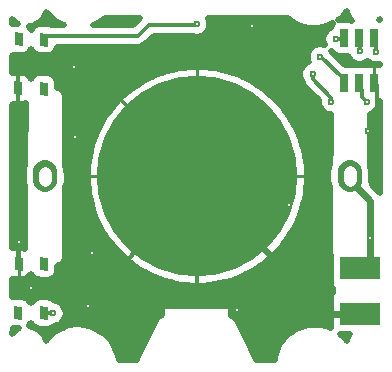
<source format=gbr>
G04 DipTrace 3.2.0.1*
G04 Íèæíèé.gbr*
%MOIN*%
G04 #@! TF.FileFunction,Copper,L2,Bot*
G04 #@! TF.Part,Single*
%AMOUTLINE0*
4,1,4,
0.014735,-0.029542,
-0.014794,-0.029513,
-0.014735,0.029542,
0.014794,0.029513,
0.014735,-0.029542,
0*%
%AMOUTLINE3*
4,1,16,
-0.041319,-0.011881,
-0.037196,-0.02981,
-0.025701,-0.044175,
-0.009112,-0.052129,
0.009286,-0.052097,
0.025848,-0.044088,
0.037294,-0.029685,
0.041358,-0.011741,
0.041319,0.011881,
0.037196,0.02981,
0.025701,0.044175,
0.009112,0.052129,
-0.009286,0.052097,
-0.025848,0.044088,
-0.037294,0.029685,
-0.041358,0.011741,
-0.041319,-0.011881,
0*%
%AMOUTLINE6*
4,1,4,
0.013953,0.021542,
0.013606,-0.021762,
-0.013953,-0.021542,
-0.013606,0.021762,
0.013953,0.021542,
0*%
%AMOUTLINE9*
4,1,4,
-0.013953,-0.021542,
-0.013606,0.021762,
0.013953,0.021542,
0.013606,-0.021762,
-0.013953,-0.021542,
0*%
%ADD16C,0.011811*%
%ADD30C,0.043307*%
G04 #@! TA.AperFunction,CopperBalancing*
%ADD10C,0.009843*%
G04 #@! TA.AperFunction,ViaPad*
%ADD15C,0.023622*%
G04 #@! TA.AperFunction,CopperBalancing*
%ADD18C,0.019685*%
%ADD22R,0.133858X0.074803*%
%ADD28C,0.669291*%
%ADD49OUTLINE0*%
G04 #@! TA.AperFunction,ComponentPad*
%ADD52OUTLINE3*%
%ADD55OUTLINE6*%
%ADD58OUTLINE9*%
%FSLAX26Y26*%
G04*
G70*
G90*
G75*
G01*
G04 Bottom*
%LPD*%
X545906Y-458110D2*
D15*
X440605D1*
X-17505Y0D1*
X3367D1*
X-594156Y292664D2*
D16*
Y339797D1*
X-561819Y372134D1*
X-368766D1*
X3367Y0D1*
X134858Y-445369D2*
Y-431940D1*
X103769Y-400850D1*
X33029D1*
X3367Y-371189D1*
Y0D1*
X-361773Y-434238D2*
X-201559Y-247231D1*
X-43260Y-59962D1*
X3367Y0D1*
X-361773Y-434238D2*
X-166155Y-206462D1*
X3367Y0D1*
X572268Y150862D2*
X572576D1*
X600933Y179219D1*
Y303864D1*
X593232Y311564D1*
X308764Y-95143D2*
X98510D1*
X3367Y0D1*
X-594156Y292664D2*
Y-218672D1*
Y-276142D1*
X-592849Y-277449D1*
Y-291987D1*
X-593178Y-218672D2*
X-594156D1*
X464702Y457178D2*
X490469D1*
X493378Y460088D1*
X543993Y416455D2*
Y446622D1*
X540545Y450071D1*
Y457205D1*
X543378Y460038D1*
X450117Y247958D2*
Y262001D1*
X387335Y324783D1*
Y340329D1*
X568100Y247785D2*
X552361Y263524D1*
Y286433D1*
X543234Y295560D1*
Y311614D1*
X-477537Y-457311D2*
X-508247D1*
X-509513Y-456045D1*
X412482Y398542D2*
X415878D1*
X484462Y329958D1*
Y311663D1*
X493232D1*
X545906Y-304567D2*
X579688D1*
D15*
Y-192593D1*
Y-81938D1*
X496898Y852D1*
X511240D1*
X598517Y414692D2*
D16*
Y454852D1*
X593379Y459990D1*
X580026Y-206403D2*
X579688Y-192593D1*
X-508206Y455367D2*
X-511322Y458483D1*
Y467280D1*
X-195457D1*
X-157808Y504928D1*
X906D1*
Y506182D1*
D15*
D3*
X464702Y457178D3*
X543993Y416455D3*
X598517Y414692D3*
X412482Y398542D3*
X387335Y340329D3*
X450117Y247958D3*
X568100Y247785D3*
X572268Y150862D3*
X308764Y-95143D3*
X-593178Y-218672D3*
X-477537Y-457311D3*
X-361773Y-434238D3*
X134858Y-445369D3*
X-408186Y364665D3*
X-347710Y-254899D3*
X-549874Y-372395D3*
X-406459Y132150D3*
X183711Y499672D3*
X580026Y-206403D3*
X-504457Y534999D2*
D18*
X-492175D1*
X491795D2*
X504421D1*
X-519493Y515445D2*
X-469639D1*
X-317932D2*
X-200472D1*
X43961D2*
X316942D1*
X43710Y495891D2*
X366427D1*
X416366D2*
X446125D1*
X32621Y476337D2*
X425205D1*
X-152756Y456783D2*
X420612D1*
X-173282Y437230D2*
X393841D1*
X-466850Y417676D2*
X372993D1*
X-611787Y398122D2*
X368400D1*
X469475D2*
X504114D1*
X-611787Y378568D2*
X367682D1*
X489033D2*
X523598D1*
X564388D2*
X574869D1*
X-611787Y359014D2*
X-64220D1*
X70946D2*
X347623D1*
X-561478Y339461D2*
X-541156D1*
X-477903D2*
X-132615D1*
X139377D2*
X343245D1*
X-463944Y319907D2*
X-174277D1*
X181003D2*
X348520D1*
X-463370Y300353D2*
X-205927D1*
X212652D2*
X358639D1*
X-441588Y280799D2*
X-231727D1*
X238453D2*
X378125D1*
X-436924Y261245D2*
X-253437D1*
X260198D2*
X397681D1*
X-436887Y241692D2*
X-272062D1*
X278787D2*
X406509D1*
X-611715Y222138D2*
X-571802D1*
X-436816D2*
X-288173D1*
X294899D2*
X414870D1*
X603503D2*
X610864D1*
X-611680Y202584D2*
X-571802D1*
X-436780D2*
X-302168D1*
X308894D2*
X445121D1*
X580214D2*
X610869D1*
X-611680Y183030D2*
X-571837D1*
X-436707D2*
X-314332D1*
X321094D2*
X445121D1*
X580286D2*
X610869D1*
X-611680Y163476D2*
X-571874D1*
X-436672D2*
X-324919D1*
X331644D2*
X445084D1*
X580322D2*
X610869D1*
X-611643Y143923D2*
X-571909D1*
X-436600D2*
X-333997D1*
X340723D2*
X445049D1*
X580394D2*
X610906D1*
X-611643Y124369D2*
X-571909D1*
X-436529D2*
X-341713D1*
X348438D2*
X445013D1*
X580429D2*
X610906D1*
X-611643Y104815D2*
X-571945D1*
X-436492D2*
X-348172D1*
X354933D2*
X445013D1*
X580501D2*
X610906D1*
X-611608Y85261D2*
X-571982D1*
X-436421D2*
X-353446D1*
X360209D2*
X444976D1*
X580537D2*
X610941D1*
X-611608Y65707D2*
X-572017D1*
X-436385D2*
X-357609D1*
X364335D2*
X444941D1*
X580609D2*
X610941D1*
X-611608Y46154D2*
X-572052D1*
X-436314D2*
X-360623D1*
X367349D2*
X444906D1*
X580644D2*
X610941D1*
X-611572Y26600D2*
X-575354D1*
X-433694D2*
X-362597D1*
X369323D2*
X439988D1*
X582438D2*
X610976D1*
X-611572Y7046D2*
X-578154D1*
X-430895D2*
X-363493D1*
X370219D2*
X437621D1*
X584843D2*
X610976D1*
X-611572Y-12508D2*
X-578117D1*
X-430858D2*
X-363350D1*
X370076D2*
X437656D1*
X584843D2*
X610976D1*
X-611572Y-32062D2*
X-574457D1*
X-434520D2*
X-362167D1*
X368892D2*
X441676D1*
X591339D2*
X611013D1*
X-611535Y-51615D2*
X-572197D1*
X-436062D2*
X-359906D1*
X366631D2*
X444761D1*
X-611535Y-71169D2*
X-572197D1*
X-435991D2*
X-356568D1*
X363294D2*
X444726D1*
X-611535Y-90723D2*
X-572232D1*
X-435954D2*
X-352118D1*
X358844D2*
X444726D1*
X-611500Y-110277D2*
X-572268D1*
X-435883D2*
X-346484D1*
X353247D2*
X444690D1*
X-611500Y-129831D2*
X-572304D1*
X-435811D2*
X-339703D1*
X346429D2*
X444654D1*
X-611500Y-149385D2*
X-572304D1*
X-435776D2*
X-331593D1*
X338319D2*
X444618D1*
X-611465Y-168938D2*
X-572340D1*
X-435703D2*
X-322119D1*
X328845D2*
X444581D1*
X-611465Y-188492D2*
X-572375D1*
X-435668D2*
X-311104D1*
X317865D2*
X444581D1*
X-611465Y-208046D2*
X-572412D1*
X-435596D2*
X-298472D1*
X305198D2*
X444546D1*
X-611428Y-227600D2*
X-572448D1*
X-435559D2*
X-283903D1*
X290629D2*
X444510D1*
X-435488Y-247154D2*
X-267144D1*
X273870D2*
X444474D1*
X-435451Y-266707D2*
X-247731D1*
X254457D2*
X445839D1*
X-441480Y-286261D2*
X-224982D1*
X231707D2*
X446699D1*
X-462257Y-305815D2*
X-197781D1*
X204507D2*
X446699D1*
X-464375Y-325369D2*
X-163906D1*
X170668D2*
X446699D1*
X-611357Y-344923D2*
X-117866D1*
X124592D2*
X446699D1*
X-611357Y-364476D2*
X-17391D1*
X24117D2*
X446699D1*
X-611357Y-384030D2*
X453374D1*
X-576118Y-403584D2*
X446699D1*
X-450919Y-423138D2*
X446699D1*
X-436062Y-442692D2*
X-117903D1*
X118672D2*
X446699D1*
X-433730Y-462245D2*
X-117974D1*
X118743D2*
X446699D1*
X-441301Y-481799D2*
X-138428D1*
X137403D2*
X446699D1*
X-474853Y-501353D2*
X-440214D1*
X-346136D2*
X-148154D1*
X147307D2*
X349022D1*
X437072D2*
X446710D1*
X-513967Y-520907D2*
X-476744D1*
X-312154D2*
X-157878D1*
X157211D2*
X311811D1*
X-289403Y-540461D2*
X-167567D1*
X167115D2*
X290567D1*
X496030D2*
X502039D1*
X-276593Y-560014D2*
X-177291D1*
X177055D2*
X276177D1*
X-266832Y-579568D2*
X-186980D1*
X186959D2*
X266560D1*
X-260230Y-599122D2*
X-196705D1*
X196864D2*
X260927D1*
X455295Y-372283D2*
X448661D1*
X448479Y-268608D1*
X447117Y-264049D1*
X446484Y-259325D1*
X446751Y-42148D1*
X444927Y-37390D1*
X439936Y-15484D1*
X439591Y-1894D1*
X439656Y14921D1*
X442345Y28249D1*
X444997Y39533D1*
X446765Y43959D1*
X446944Y91449D1*
X447109Y205955D1*
X440282Y206996D1*
X433996Y209038D1*
X428106Y212039D1*
X422759Y215925D1*
X418084Y220600D1*
X414198Y225948D1*
X411197Y231837D1*
X409155Y238123D1*
X408121Y244652D1*
Y251264D1*
X408280Y252610D1*
X359793Y301260D1*
X356451Y305858D1*
X353871Y310923D1*
X351416Y318319D1*
X348415Y324209D1*
X346373Y330495D1*
X345339Y337024D1*
Y343635D1*
X346373Y350164D1*
X348415Y356450D1*
X351416Y362340D1*
X355302Y367688D1*
X359976Y372362D1*
X365324Y376248D1*
X371214Y379249D1*
X374454Y380432D1*
X372417Y385525D1*
X370874Y391951D1*
X370356Y398542D1*
X370874Y405133D1*
X372417Y411559D1*
X374948Y417667D1*
X378402Y423303D1*
X382694Y428329D1*
X387720Y432622D1*
X393357Y436076D1*
X399465Y438606D1*
X405891Y440150D1*
X412482Y440668D1*
X419072Y440150D1*
X425499Y438606D1*
X427168Y438054D1*
X424638Y444161D1*
X423094Y450588D1*
X422576Y457178D1*
X423094Y463769D1*
X424638Y470196D1*
X427168Y476303D1*
X430622Y481940D1*
X434915Y486966D1*
X439941Y491259D1*
X445577Y494713D1*
X449054Y496272D1*
X450647Y501259D1*
X452811Y505495D1*
X455617Y509348D1*
X442743Y503816D1*
X431448Y499356D1*
X411764Y495449D1*
X390760Y494199D1*
X370756Y495360D1*
X349703Y500298D1*
X331075Y508526D1*
X311550Y519832D1*
X304042Y526202D1*
X37992Y526197D1*
X40970Y519199D1*
X42513Y512773D1*
X43031Y506182D1*
X42513Y499592D1*
X40970Y493165D1*
X38440Y487058D1*
X34986Y481421D1*
X30693Y476395D1*
X25667Y472102D1*
X20030Y468648D1*
X13923Y466118D1*
X7496Y464575D1*
X906Y464056D1*
X-5685Y464575D1*
X-12112Y466118D1*
X-18320Y468705D1*
X-142811Y468707D1*
X-171933Y439738D1*
X-176531Y436396D1*
X-181596Y433816D1*
X-187001Y432059D1*
X-192615Y431171D1*
X-241388Y431059D1*
X-464398Y430984D1*
X-465180Y426293D1*
X-466686Y421781D1*
X-468879Y417559D1*
X-471706Y413734D1*
X-475097Y410396D1*
X-478967Y407631D1*
X-483223Y405505D1*
X-487759Y404072D1*
X-492463Y403365D1*
X-522402Y403512D1*
X-527140Y403923D1*
X-531757Y405070D1*
X-536138Y406925D1*
X-540173Y409444D1*
X-543765Y412562D1*
X-546825Y416203D1*
X-549280Y420280D1*
X-550261Y422458D1*
X-551329D1*
X-553522Y418236D1*
X-556349Y414411D1*
X-559740Y411073D1*
X-563610Y408308D1*
X-567866Y406182D1*
X-572402Y404749D1*
X-577106Y404042D1*
X-607045Y404189D1*
X-611793Y404601D1*
X-613772Y400386D1*
X-613739Y344156D1*
X-607520Y344740D1*
X-576298Y344268D1*
X-570925Y343067D1*
X-565861Y340913D1*
X-561268Y337879D1*
X-557299Y334066D1*
X-554085Y329597D1*
X-551731Y324613D1*
X-548840Y329795D1*
X-546013Y333621D1*
X-542622Y336958D1*
X-538752Y339723D1*
X-534496Y341849D1*
X-529961Y343282D1*
X-525256Y343990D1*
X-495318Y343843D1*
X-490579Y343432D1*
X-485962Y342285D1*
X-481581Y340429D1*
X-477546Y337911D1*
X-473954Y334793D1*
X-470894Y331151D1*
X-468440Y327075D1*
X-466655Y322665D1*
X-465581Y318031D1*
X-465247Y313277D1*
X-465395Y294735D1*
X-459860Y293521D1*
X-455465Y291701D1*
X-451408Y289215D1*
X-447791Y286126D1*
X-444702Y282509D1*
X-442217Y278453D1*
X-440396Y274058D1*
X-439285Y269433D1*
X-438886Y255589D1*
X-438192Y37391D1*
X-433252Y15823D1*
X-432871Y11081D1*
X-432921Y-14920D1*
X-435610Y-28248D1*
X-437647Y-37241D1*
X-438003Y-56745D1*
X-437491Y-270371D1*
X-438222Y-275072D1*
X-439678Y-279601D1*
X-441827Y-283845D1*
X-444612Y-287701D1*
X-447966Y-291075D1*
X-451807Y-293882D1*
X-456039Y-296054D1*
X-460559Y-297535D1*
X-462902Y-298008D1*
X-464160Y-298923D1*
X-464398Y-317047D1*
X-465180Y-321739D1*
X-466686Y-326251D1*
X-468879Y-330472D1*
X-471706Y-334298D1*
X-475097Y-337635D1*
X-478967Y-340400D1*
X-483223Y-342526D1*
X-487759Y-343959D1*
X-492463Y-344667D1*
X-522402Y-344520D1*
X-527140Y-344109D1*
X-531757Y-342962D1*
X-536138Y-341106D1*
X-540173Y-338588D1*
X-543765Y-335470D1*
X-546825Y-331828D1*
X-549280Y-327752D1*
X-550261Y-325573D1*
X-551052Y-324898D1*
X-553533Y-329811D1*
X-556861Y-334196D1*
X-560927Y-337906D1*
X-565597Y-340819D1*
X-570717Y-342840D1*
X-576117Y-343903D1*
X-584997Y-344020D1*
X-610707Y-343591D1*
X-612529Y-343298D1*
X-613343Y-343709D1*
X-613308Y-403814D1*
X-607520Y-403291D1*
X-577583Y-403623D1*
X-572891Y-404406D1*
X-568379Y-405912D1*
X-564157Y-408105D1*
X-560332Y-410932D1*
X-556995Y-414323D1*
X-554230Y-418193D1*
X-552101Y-422458D1*
X-551033D1*
X-548840Y-418236D1*
X-546013Y-414411D1*
X-542622Y-411073D1*
X-538752Y-408308D1*
X-534496Y-406182D1*
X-529961Y-404749D1*
X-525256Y-404042D1*
X-495318Y-404189D1*
X-490579Y-404600D1*
X-485962Y-405747D1*
X-481581Y-407602D1*
X-477546Y-410121D1*
X-473954Y-413239D1*
X-472346Y-415007D1*
X-470946Y-415703D1*
X-464520Y-417247D1*
X-458412Y-419777D1*
X-452776Y-423231D1*
X-447749Y-427524D1*
X-443457Y-432550D1*
X-440003Y-438186D1*
X-437472Y-444294D1*
X-435929Y-450720D1*
X-435411Y-457311D1*
X-435929Y-463902D1*
X-437472Y-470328D1*
X-440003Y-476436D1*
X-443457Y-482072D1*
X-447749Y-487098D1*
X-452776Y-491391D1*
X-458412Y-494845D1*
X-464520Y-497375D1*
X-470946Y-498919D1*
X-474643Y-499413D1*
X-478285Y-502474D1*
X-482361Y-504928D1*
X-486770Y-506713D1*
X-491404Y-507786D1*
X-496150Y-508121D1*
X-526087Y-507789D1*
X-530778Y-507007D1*
X-535290Y-505500D1*
X-539512Y-503307D1*
X-543337Y-500480D1*
X-546675Y-497089D1*
X-549440Y-493219D1*
X-551568Y-488954D1*
X-552636D1*
X-554829Y-493176D1*
X-557656Y-497001D1*
X-559293Y-498743D1*
X-558039Y-500063D1*
X-548256Y-501613D1*
X-538836Y-504673D1*
X-530010Y-509171D1*
X-521997Y-514992D1*
X-514992Y-521997D1*
X-509171Y-530010D1*
X-504673Y-538836D1*
X-501786Y-547642D1*
X-486303Y-529583D1*
X-466993Y-515214D1*
X-446160Y-504521D1*
X-427218Y-497148D1*
X-395425Y-493903D1*
X-370294Y-496007D1*
X-347913Y-501492D1*
X-323378Y-514333D1*
X-305207Y-527340D1*
X-289215Y-542723D1*
X-278549Y-560014D1*
X-269921Y-576467D1*
X-262654Y-596677D1*
X-259592Y-612904D1*
X-198462Y-612941D1*
X-198144Y-609150D1*
X-197045Y-604521D1*
X-191256Y-592108D1*
X-134388Y-477874D1*
X-131592Y-474026D1*
X-128228Y-470663D1*
X-124381Y-467866D1*
X-120142Y-465706D1*
X-117899Y-464881D1*
X-116001Y-459119D1*
X-115881Y-442194D1*
X-114929Y-439265D1*
X-113118Y-436774D1*
X-110627Y-434963D1*
X-107698Y-434012D1*
X-78600Y-433891D1*
X108465Y-434012D1*
X111394Y-434963D1*
X113885Y-436774D1*
X115696Y-439265D1*
X116647Y-442194D1*
X116768Y-464869D1*
X121252Y-466703D1*
X125308Y-469189D1*
X128925Y-472278D1*
X132014Y-475895D1*
X134504Y-479959D1*
X195979Y-601475D1*
X197440Y-606003D1*
X198173Y-610702D1*
X198261Y-613091D1*
X260497Y-613206D1*
X262008Y-602570D1*
X267555Y-581676D1*
X276425Y-562551D1*
X288185Y-545265D1*
X301751Y-530528D1*
X316820Y-518584D1*
X333039Y-508888D1*
X352080Y-501016D1*
X370661Y-496400D1*
X392591Y-494509D1*
X411551Y-495650D1*
X431436Y-500045D1*
X448113Y-506025D1*
X448661Y-505617D1*
Y-390394D1*
X455386D1*
X455272Y-372270D1*
X511965Y-525827D2*
X478908D1*
X481424Y-527835D1*
X497175Y-543702D1*
X501403Y-549186D1*
X502958Y-543486D1*
X506749Y-534335D1*
X511984Y-525814D1*
X-501755Y547753D2*
X-504673Y538836D1*
X-509171Y530010D1*
X-514992Y521997D1*
X-521997Y514992D1*
X-530010Y509171D1*
X-538836Y504673D1*
X-548256Y501613D1*
X-558039Y500063D1*
X-558524Y500045D1*
X-554230Y495209D1*
X-551776Y491133D1*
X-550794Y488954D1*
X-549726D1*
X-547533Y493176D1*
X-544706Y497001D1*
X-541315Y500339D1*
X-537445Y503104D1*
X-533189Y505230D1*
X-528654Y506663D1*
X-523949Y507370D1*
X-494010Y507223D1*
X-489272Y506812D1*
X-484655Y505665D1*
X-480266Y503804D1*
X-465390Y503500D1*
X-441741D1*
X-464865Y513273D1*
X-485996Y530614D1*
X-500961Y546583D1*
X-501730Y547731D1*
X-593930Y508026D2*
X-600094Y511924D1*
X-607627Y518357D1*
X-613832Y525600D1*
Y507214D1*
X-608592Y508047D1*
X-594049Y508024D1*
X612657Y524110D2*
X608954Y519793D1*
X610591Y519720D1*
X518571Y518160D2*
X514992Y521997D1*
X509171Y530010D1*
X504673Y538836D1*
X501613Y548256D1*
X501442Y549110D1*
X499104Y545782D1*
X484257Y528841D1*
X471596Y519114D1*
X476295Y519854D1*
X508202Y519916D1*
X512944Y519538D1*
X517577Y518420D1*
X-613234Y-524840D2*
X-607627Y-518357D1*
X-600094Y-511924D1*
X-592714Y-507345D1*
X-610730Y-507112D1*
X-613100Y-506811D1*
X-613239Y-524815D1*
X505105Y400234D2*
X476176Y400356D1*
X471478Y401105D1*
X466955Y402579D1*
X462719Y404743D1*
X458873Y407543D1*
X455513Y410909D1*
X452720Y414761D1*
X451555Y416848D1*
X450016Y417667D1*
X451647Y413996D1*
X494140Y371503D1*
X510434Y371395D1*
X515133Y370646D1*
X517432Y369995D1*
X519159Y369996D1*
X523786Y371102D1*
X528529Y371471D1*
X560436Y371346D1*
X565134Y370597D1*
X567433Y369946D1*
X571541Y370613D1*
X576991Y371385D1*
X610042Y371325D1*
X611878Y371147D1*
X611534Y374627D1*
X605108Y373084D1*
X598517Y372566D1*
X591927Y373084D1*
X585500Y374627D1*
X579392Y377157D1*
X573756Y380612D1*
X570238Y383509D1*
X566004Y380537D1*
X560114Y377535D1*
X553828Y375493D1*
X547299Y374459D1*
X540688D1*
X534159Y375493D1*
X527873Y377535D1*
X521983Y380537D1*
X516635Y384423D1*
X511961Y389097D1*
X508075Y394445D1*
X505123Y400228D1*
X611461Y251909D2*
X610096Y251091D1*
Y244479D1*
X609062Y237950D1*
X607020Y231664D1*
X604018Y225774D1*
X600133Y220427D1*
X595458Y215752D1*
X590110Y211866D1*
X584220Y208865D1*
X578244Y206911D1*
X578726Y34214D1*
X582545Y17188D1*
X582890Y3597D1*
X582824Y-13218D1*
X582546Y-15592D1*
X585147Y-27823D1*
X611728Y-54589D1*
X612975Y-52547D1*
X612804Y252073D1*
X-571253Y-37420D2*
X-575810Y-17186D1*
X-576155Y-3596D1*
X-576089Y13219D1*
X-573400Y26547D1*
X-570745Y37840D1*
X-570070Y46026D1*
X-569786Y242564D1*
X-575604Y240993D1*
X-580793Y240588D1*
X-612171Y241080D1*
X-613676Y235031D1*
X-613205Y-240671D1*
X-607749Y-239937D1*
X-576668Y-240211D1*
X-571231Y-241115D1*
X-570482Y-238751D1*
X-570196Y-40992D1*
X-570819Y-39092D1*
X368323Y-1837D2*
X367769Y-20199D1*
X366290Y-38510D1*
X363892Y-56724D1*
X360581Y-74794D1*
X356366Y-92675D1*
X351255Y-110320D1*
X345262Y-127686D1*
X338404Y-144728D1*
X330697Y-161404D1*
X322160Y-177672D1*
X312816Y-193488D1*
X302688Y-208815D1*
X291801Y-223612D1*
X280184Y-237843D1*
X267865Y-251471D1*
X254875Y-264462D1*
X241248Y-276783D1*
X227020Y-288403D1*
X212223Y-299291D1*
X196899Y-309423D1*
X181083Y-318769D1*
X164818Y-327307D1*
X148143Y-335017D1*
X131101Y-341878D1*
X113736Y-347873D1*
X96091Y-352986D1*
X78211Y-357203D1*
X60142Y-360517D1*
X41929Y-362917D1*
X23618Y-364399D1*
X5255Y-364955D1*
X-13112Y-364588D1*
X-31437Y-363298D1*
X-49675Y-361085D1*
X-67777Y-357959D1*
X-85699Y-353925D1*
X-103396Y-348995D1*
X-120823Y-343181D1*
X-137934Y-336497D1*
X-154688Y-328961D1*
X-171041Y-320591D1*
X-186953Y-311407D1*
X-202382Y-301436D1*
X-217289Y-290701D1*
X-231638Y-279228D1*
X-245391Y-267050D1*
X-258514Y-254194D1*
X-270974Y-240694D1*
X-282738Y-226584D1*
X-293777Y-211900D1*
X-304063Y-196678D1*
X-313571Y-180959D1*
X-322276Y-164782D1*
X-330155Y-148188D1*
X-337189Y-131217D1*
X-343360Y-113913D1*
X-348654Y-96322D1*
X-353054Y-78486D1*
X-356552Y-60451D1*
X-359138Y-42264D1*
X-360806Y-23969D1*
X-361550Y-5613D1*
X-361370Y12757D1*
X-360266Y31094D1*
X-358240Y49354D1*
X-355299Y67487D1*
X-351449Y85450D1*
X-346699Y103197D1*
X-341063Y120681D1*
X-334554Y137860D1*
X-327189Y154690D1*
X-318986Y171127D1*
X-309966Y187131D1*
X-300152Y202661D1*
X-289571Y217678D1*
X-278245Y232143D1*
X-266207Y246020D1*
X-253486Y259273D1*
X-240114Y271870D1*
X-226125Y283777D1*
X-211554Y294966D1*
X-196440Y305407D1*
X-180818Y315075D1*
X-164730Y323944D1*
X-148217Y331992D1*
X-131318Y339199D1*
X-114079Y345547D1*
X-96542Y351020D1*
X-78752Y355602D1*
X-60753Y359283D1*
X-42593Y362055D1*
X-24316Y363909D1*
X-5970Y364841D1*
X12402Y364849D1*
X30749Y363932D1*
X49028Y362093D1*
X67190Y359337D1*
X85192Y355669D1*
X102986Y351102D1*
X120526Y345644D1*
X137772Y339311D1*
X154676Y332118D1*
X171196Y324083D1*
X187291Y315227D1*
X202921Y305573D1*
X218045Y295144D1*
X232625Y283967D1*
X246623Y272072D1*
X260005Y259487D1*
X272738Y246243D1*
X284787Y232377D1*
X296125Y217921D1*
X306719Y202913D1*
X316546Y187391D1*
X325579Y171395D1*
X333795Y154965D1*
X341175Y138140D1*
X347698Y120967D1*
X353349Y103487D1*
X358113Y85744D1*
X361978Y67785D1*
X364934Y49654D1*
X366975Y31396D1*
X368094Y13060D1*
X368323Y-1837D1*
X-343921Y503500D2*
X-210433D1*
X-187762Y526198D1*
X-305444Y526138D1*
X-317243Y517091D1*
X-334860Y506408D1*
X-343899Y503510D1*
X448697Y-458110D2*
D10*
X545906D1*
X593232Y371415D2*
Y311564D1*
X3367Y364925D2*
Y-364925D1*
X-361558Y0D2*
X368293D1*
X-594156Y344663D2*
Y240665D1*
X-592849Y-239988D2*
Y-343986D1*
D22*
X545906Y-304567D3*
Y-458110D3*
D49*
X593379Y459990D3*
X543378Y460038D3*
X493378Y460088D3*
X593232Y311564D3*
X543234Y311614D3*
X493232Y311663D3*
D52*
X511240Y852D3*
X-504505Y-850D3*
D28*
X3367Y0D3*
D55*
X-509513Y291987D3*
X-594156Y292664D3*
X-508206Y455367D3*
X-592849Y456045D3*
D58*
Y-291987D3*
X-508206Y-292664D3*
X-594156Y-455367D3*
X-509513Y-456045D3*
G04 Bottom Clear*
%LPC*%
D16*
X906Y506182D3*
X464702Y457178D3*
X543993Y416455D3*
X598517Y414692D3*
X412482Y398542D3*
X387335Y340329D3*
X450117Y247958D3*
X568100Y247785D3*
X572268Y150862D3*
X308764Y-95143D3*
X-593178Y-218672D3*
X-477537Y-457311D3*
X-361773Y-434238D3*
X134858Y-445369D3*
X-408186Y364665D3*
X-347710Y-254899D3*
X-549874Y-372395D3*
X-406459Y132150D3*
X183711Y499672D3*
X580026Y-206403D3*
X511220Y12663D2*
D30*
X511260Y-10959D1*
X-504525Y10961D2*
X-504485Y-12661D1*
M02*

</source>
